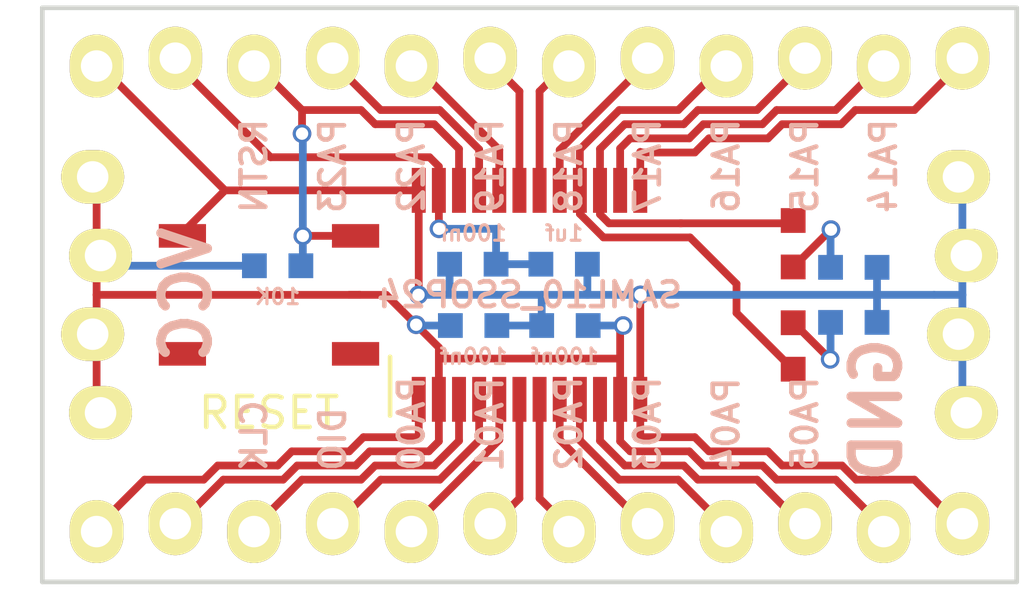
<source format=kicad_pcb>
(kicad_pcb (version 4) (host pcbnew 4.0.7-e2-6376~58~ubuntu16.04.1)

  (general
    (links 0)
    (no_connects 0)
    (area 125.8398 67.594199 177.592001 135.9736)
    (thickness 1.6)
    (drawings 24)
    (tracks 199)
    (zones 0)
    (modules 15)
    (nets 1)
  )

  (page A4)
  (layers
    (0 F.Cu signal)
    (31 B.Cu signal)
    (32 B.Adhes user)
    (33 F.Adhes user)
    (34 B.Paste user)
    (35 F.Paste user)
    (36 B.SilkS user)
    (37 F.SilkS user)
    (38 B.Mask user)
    (39 F.Mask user)
    (40 Dwgs.User user)
    (41 Cmts.User user)
    (42 Eco1.User user)
    (43 Eco2.User user)
    (44 Edge.Cuts user)
    (45 Margin user)
    (46 B.CrtYd user)
    (47 F.CrtYd user)
    (48 B.Fab user)
    (49 F.Fab user)
  )

  (setup
    (last_trace_width 0.25)
    (trace_clearance 0.2)
    (zone_clearance 0.508)
    (zone_45_only no)
    (trace_min 0.2)
    (segment_width 0.2)
    (edge_width 0.15)
    (via_size 0.6)
    (via_drill 0.4)
    (via_min_size 0.4)
    (via_min_drill 0.3)
    (uvia_size 0.3)
    (uvia_drill 0.1)
    (uvias_allowed no)
    (uvia_min_size 0.2)
    (uvia_min_drill 0.1)
    (pcb_text_width 0.3)
    (pcb_text_size 1.5 1.5)
    (mod_edge_width 0.15)
    (mod_text_size 1 1)
    (mod_text_width 0.15)
    (pad_size 1.524 1.524)
    (pad_drill 0.762)
    (pad_to_mask_clearance 0.2)
    (aux_axis_origin 0 0)
    (visible_elements FFFFFF7F)
    (pcbplotparams
      (layerselection 0x00030_80000001)
      (usegerberextensions false)
      (excludeedgelayer true)
      (linewidth 0.150000)
      (plotframeref false)
      (viasonmask false)
      (mode 1)
      (useauxorigin false)
      (hpglpennumber 1)
      (hpglpenspeed 20)
      (hpglpendiameter 15)
      (hpglpenoverlay 2)
      (psnegative false)
      (psa4output false)
      (plotreference true)
      (plotvalue true)
      (plotinvisibletext false)
      (padsonsilk false)
      (subtractmaskfromsilk false)
      (outputformat 1)
      (mirror false)
      (drillshape 1)
      (scaleselection 1)
      (outputdirectory ""))
  )

  (net 0 "")

  (net_class Default "This is the default net class."
    (clearance 0.2)
    (trace_width 0.25)
    (via_dia 0.6)
    (via_drill 0.4)
    (uvia_dia 0.3)
    (uvia_drill 0.1)
  )

  (module 00my_modules:R_0603 (layer B.Cu) (tedit 5415CC62) (tstamp 5B6FC093)
    (at 141.5796 132.5626)
    (descr R0603)
    (tags "resistor capacitor led 0603")
    (attr smd)
    (fp_text reference "" (at 0 0) (layer B.SilkS)
      (effects (font (size 0.5 0.5) (thickness 0.1)) (justify mirror))
    )
    (fp_text value R (at 0 0) (layer B.Fab)
      (effects (font (size 0.5 0.5) (thickness 0.01)) (justify mirror))
    )
    (fp_line (start -1.2 0.45) (end 1.2 0.45) (layer B.CrtYd) (width 0.01))
    (fp_line (start -1.2 -0.45) (end 1.2 -0.45) (layer B.CrtYd) (width 0.01))
    (fp_line (start -1.2 0.45) (end -1.2 -0.45) (layer B.CrtYd) (width 0.01))
    (fp_line (start 1.2 0.45) (end 1.2 -0.45) (layer B.CrtYd) (width 0.01))
    (pad 1 smd rect (at -0.75 0) (size 0.8 0.8) (layers B.Cu B.Paste B.Mask))
    (pad 2 smd rect (at 0.75 0) (size 0.8 0.8) (layers B.Cu B.Paste B.Mask))
  )

  (module 00my_modules:R_0603 (layer B.Cu) (tedit 5B6F9A5C) (tstamp 5B6FA890)
    (at 132.2578 132.6642)
    (descr R0603)
    (tags "resistor capacitor led 0603")
    (attr smd)
    (fp_text reference 100nf (at 0 1) (layer B.SilkS)
      (effects (font (size 0.5 0.5) (thickness 0.1)) (justify mirror))
    )
    (fp_text value C (at 0 0) (layer B.Fab)
      (effects (font (size 0.5 0.5) (thickness 0.01)) (justify mirror))
    )
    (fp_line (start -1.2 0.45) (end 1.2 0.45) (layer B.CrtYd) (width 0.01))
    (fp_line (start -1.2 -0.45) (end 1.2 -0.45) (layer B.CrtYd) (width 0.01))
    (fp_line (start -1.2 0.45) (end -1.2 -0.45) (layer B.CrtYd) (width 0.01))
    (fp_line (start 1.2 0.45) (end 1.2 -0.45) (layer B.CrtYd) (width 0.01))
    (pad 1 smd rect (at -0.75 0) (size 0.8 0.8) (layers B.Cu B.Paste B.Mask))
    (pad 2 smd rect (at 0.75 0) (size 0.8 0.8) (layers B.Cu B.Paste B.Mask))
  )

  (module 00my_modules:R_0603 (layer B.Cu) (tedit 5B6F9A5C) (tstamp 5B6FA872)
    (at 129.3114 132.6642)
    (descr R0603)
    (tags "resistor capacitor led 0603")
    (attr smd)
    (fp_text reference 100nf (at 0 1) (layer B.SilkS)
      (effects (font (size 0.5 0.5) (thickness 0.1)) (justify mirror))
    )
    (fp_text value C (at 0 0) (layer B.Fab)
      (effects (font (size 0.5 0.5) (thickness 0.01)) (justify mirror))
    )
    (fp_line (start -1.2 0.45) (end 1.2 0.45) (layer B.CrtYd) (width 0.01))
    (fp_line (start -1.2 -0.45) (end 1.2 -0.45) (layer B.CrtYd) (width 0.01))
    (fp_line (start -1.2 0.45) (end -1.2 -0.45) (layer B.CrtYd) (width 0.01))
    (fp_line (start 1.2 0.45) (end 1.2 -0.45) (layer B.CrtYd) (width 0.01))
    (pad 1 smd rect (at -0.75 0) (size 0.8 0.8) (layers B.Cu B.Paste B.Mask))
    (pad 2 smd rect (at 0.75 0) (size 0.8 0.8) (layers B.Cu B.Paste B.Mask))
  )

  (module 00my_modules:R_0603 (layer B.Cu) (tedit 5B6F9A76) (tstamp 5B6FA81B)
    (at 132.2324 130.683 180)
    (descr R0603)
    (tags "resistor capacitor led 0603")
    (attr smd)
    (fp_text reference 1uf (at 0 1 180) (layer B.SilkS)
      (effects (font (size 0.5 0.5) (thickness 0.1)) (justify mirror))
    )
    (fp_text value C (at 0 0 180) (layer B.Fab)
      (effects (font (size 0.5 0.5) (thickness 0.01)) (justify mirror))
    )
    (fp_line (start -1.2 0.45) (end 1.2 0.45) (layer B.CrtYd) (width 0.01))
    (fp_line (start -1.2 -0.45) (end 1.2 -0.45) (layer B.CrtYd) (width 0.01))
    (fp_line (start -1.2 0.45) (end -1.2 -0.45) (layer B.CrtYd) (width 0.01))
    (fp_line (start 1.2 0.45) (end 1.2 -0.45) (layer B.CrtYd) (width 0.01))
    (pad 1 smd rect (at -0.75 0 180) (size 0.8 0.8) (layers B.Cu B.Paste B.Mask))
    (pad 2 smd rect (at 0.75 0 180) (size 0.8 0.8) (layers B.Cu B.Paste B.Mask))
  )

  (module 00my_modules:SAML10_SSOP24 (layer F.Cu) (tedit 54130A77) (tstamp 5B6FA2AE)
    (at 131.1148 131.6736 90)
    (descr SSOP24)
    (tags SSOP)
    (attr smd)
    (fp_text reference "" (at 0 -4.3 90) (layer F.SilkS)
      (effects (font (size 1 1) (thickness 0.15)))
    )
    (fp_text value "" (at -1.5 -3 90) (layer F.Fab)
      (effects (font (size 0.5 0.5) (thickness 0.01)))
    )
    (fp_text user SSOP24 (at 0 0 180) (layer F.Fab)
      (effects (font (size 0.8 0.8) (thickness 0.1)))
    )
    (fp_line (start -3.9 -4.1) (end -3.9 4.1) (layer F.CrtYd) (width 0.05))
    (fp_line (start 3.9 -4.1) (end 3.9 4.1) (layer F.CrtYd) (width 0.05))
    (fp_line (start -3.9 -4.1) (end 3.9 -4.1) (layer F.CrtYd) (width 0.05))
    (fp_line (start -3.9 4.1) (end 3.9 4.1) (layer F.CrtYd) (width 0.05))
    (fp_line (start -3.9 -4.5) (end -2 -4.5) (layer F.SilkS) (width 0.15))
    (fp_line (start -2.65 -4.1) (end 2.65 -4.1) (layer F.Fab) (width 0.01))
    (fp_line (start -2.65 4.1) (end 2.65 4.1) (layer F.Fab) (width 0.01))
    (fp_line (start -2.65 -4.1) (end -2.65 4.1) (layer F.Fab) (width 0.01))
    (fp_line (start 2.65 -4.1) (end 2.65 4.1) (layer F.Fab) (width 0.01))
    (fp_line (start -5 0) (end 5 0) (layer F.CrtYd) (width 0.01))
    (fp_line (start 0 -5) (end 0 5) (layer F.CrtYd) (width 0.01))
    (pad VOUT smd rect (at -3.375 -3.575 90) (size 1.45 0.45) (layers F.Cu F.Paste F.Mask))
    (pad VIO smd rect (at -3.375 -2.925 90) (size 1.45 0.45) (layers F.Cu F.Paste F.Mask))
    (pad SWCL smd rect (at -3.375 -2.275 90) (size 1.45 0.45) (layers F.Cu F.Paste F.Mask))
    (pad SWDI smd rect (at -3.375 -1.625 90) (size 1.45 0.45) (layers F.Cu F.Paste F.Mask))
    (pad PA00 smd rect (at -3.375 -0.975 90) (size 1.45 0.45) (layers F.Cu F.Paste F.Mask))
    (pad PA01 smd rect (at -3.375 -0.325 90) (size 1.45 0.45) (layers F.Cu F.Paste F.Mask))
    (pad PA02 smd rect (at -3.375 0.325 90) (size 1.45 0.45) (layers F.Cu F.Paste F.Mask))
    (pad PA03 smd rect (at -3.375 0.975 90) (size 1.45 0.45) (layers F.Cu F.Paste F.Mask))
    (pad PA04 smd rect (at -3.375 1.625 90) (size 1.45 0.45) (layers F.Cu F.Paste F.Mask))
    (pad PA05 smd rect (at -3.375 2.275 90) (size 1.45 0.45) (layers F.Cu F.Paste F.Mask))
    (pad VANA smd rect (at -3.375 2.925 90) (size 1.45 0.45) (layers F.Cu F.Paste F.Mask))
    (pad GANA smd rect (at -3.375 3.575 90) (size 1.45 0.45) (layers F.Cu F.Paste F.Mask))
    (pad GND smd rect (at 3.375 -3.575 90) (size 1.45 0.45) (layers F.Cu F.Paste F.Mask))
    (pad VCOR smd rect (at 3.375 -2.925 90) (size 1.45 0.45) (layers F.Cu F.Paste F.Mask))
    (pad RSTN smd rect (at 3.375 -2.275 90) (size 1.45 0.45) (layers F.Cu F.Paste F.Mask))
    (pad PA23 smd rect (at 3.375 -1.625 90) (size 1.45 0.45) (layers F.Cu F.Paste F.Mask))
    (pad PA22 smd rect (at 3.375 -0.975 90) (size 1.45 0.45) (layers F.Cu F.Paste F.Mask))
    (pad PA19 smd rect (at 3.375 -0.325 90) (size 1.45 0.45) (layers F.Cu F.Paste F.Mask))
    (pad PA18 smd rect (at 3.375 0.325 90) (size 1.45 0.45) (layers F.Cu F.Paste F.Mask))
    (pad PA17 smd rect (at 3.375 0.975 90) (size 1.45 0.45) (layers F.Cu F.Paste F.Mask))
    (pad PA16 smd rect (at 3.375 1.625 90) (size 1.45 0.45) (layers F.Cu F.Paste F.Mask))
    (pad PA15 smd rect (at 3.375 2.275 90) (size 1.45 0.45) (layers F.Cu F.Paste F.Mask))
    (pad PA14 smd rect (at 3.375 2.925 90) (size 1.45 0.45) (layers F.Cu F.Paste F.Mask))
    (pad PA08 smd rect (at 3.375 3.575 90) (size 1.45 0.45) (layers F.Cu F.Paste F.Mask))
  )

  (module 00my_modules:R_0603 (layer B.Cu) (tedit 5B6F9A5C) (tstamp 5B6FA7CF)
    (at 129.286 130.683 180)
    (descr R0603)
    (tags "resistor capacitor led 0603")
    (attr smd)
    (fp_text reference 100nf (at 0 1 180) (layer B.SilkS)
      (effects (font (size 0.5 0.5) (thickness 0.1)) (justify mirror))
    )
    (fp_text value C (at 0 0 180) (layer B.Fab)
      (effects (font (size 0.5 0.5) (thickness 0.01)) (justify mirror))
    )
    (fp_line (start -1.2 0.45) (end 1.2 0.45) (layer B.CrtYd) (width 0.01))
    (fp_line (start -1.2 -0.45) (end 1.2 -0.45) (layer B.CrtYd) (width 0.01))
    (fp_line (start -1.2 0.45) (end -1.2 -0.45) (layer B.CrtYd) (width 0.01))
    (fp_line (start 1.2 0.45) (end 1.2 -0.45) (layer B.CrtYd) (width 0.01))
    (pad 1 smd rect (at -0.75 0 180) (size 0.8 0.8) (layers B.Cu B.Paste B.Mask))
    (pad 2 smd rect (at 0.75 0 180) (size 0.8 0.8) (layers B.Cu B.Paste B.Mask))
  )

  (module 00my_modules:BUTTON4_SMD (layer F.Cu) (tedit 5B6F9E71) (tstamp 5B6FB871)
    (at 122.7074 131.6736 180)
    (descr button4_smd)
    (tags "SPST button tactile switch")
    (fp_text reference RESET (at 0 -3.81 180) (layer F.SilkS)
      (effects (font (size 1 1) (thickness 0.15)))
    )
    (fp_text value "" (at 0 3.81 180) (layer F.Fab)
      (effects (font (size 1 1) (thickness 0.15)))
    )
    (fp_line (start -1.54 -2.54) (end -2.54 -1.54) (layer F.Fab) (width 0.2032))
    (fp_line (start -2.54 -1.24) (end -2.54 1.27) (layer F.Fab) (width 0.2032))
    (fp_line (start -2.54 1.54) (end -1.54 2.54) (layer F.Fab) (width 0.2032))
    (fp_line (start -1.54 2.54) (end 1.54 2.54) (layer F.Fab) (width 0.2032))
    (fp_line (start 1.54 2.54) (end 2.54 1.54) (layer F.Fab) (width 0.2032))
    (fp_line (start 2.54 1.24) (end 2.54 -1.24) (layer F.Fab) (width 0.2032))
    (fp_line (start 2.54 -1.54) (end 1.54 -2.54) (layer F.Fab) (width 0.2032))
    (fp_line (start 1.54 -2.54) (end -1.54 -2.54) (layer F.Fab) (width 0.2032))
    (fp_line (start 1.905 1.27) (end 1.905 0.445) (layer F.Fab) (width 0.127))
    (fp_line (start 1.905 0.445) (end 2.16 -0.01) (layer F.Fab) (width 0.127))
    (fp_line (start 1.905 -0.23) (end 1.905 -1.115) (layer F.Fab) (width 0.127))
    (fp_circle (center 0 0) (end 0 1.27) (layer F.Fab) (width 0.2032))
    (pad 1 smd rect (at -2.794 1.905 180) (size 1.524 0.762) (layers F.Cu F.Paste F.Mask))
    (pad 2 smd rect (at 2.794 1.905 180) (size 1.524 0.762) (layers F.Cu F.Paste F.Mask))
    (pad 3 smd rect (at -2.794 -1.905 180) (size 1.524 0.762) (layers F.Cu F.Paste F.Mask))
    (pad 4 smd rect (at 2.794 -1.905 180) (size 1.524 0.762) (layers F.Cu F.Paste F.Mask))
  )

  (module 00my_modules:R_0603 (layer B.Cu) (tedit 5B6FA77D) (tstamp 5B6FBC7D)
    (at 122.9868 130.7338)
    (descr R0603)
    (tags "resistor capacitor led 0603")
    (attr smd)
    (fp_text reference 10K (at 0 1) (layer B.SilkS)
      (effects (font (size 0.5 0.5) (thickness 0.1)) (justify mirror))
    )
    (fp_text value R (at 0 0) (layer B.Fab)
      (effects (font (size 0.5 0.5) (thickness 0.01)) (justify mirror))
    )
    (fp_line (start -1.2 0.45) (end 1.2 0.45) (layer B.CrtYd) (width 0.01))
    (fp_line (start -1.2 -0.45) (end 1.2 -0.45) (layer B.CrtYd) (width 0.01))
    (fp_line (start -1.2 0.45) (end -1.2 -0.45) (layer B.CrtYd) (width 0.01))
    (fp_line (start 1.2 0.45) (end 1.2 -0.45) (layer B.CrtYd) (width 0.01))
    (pad 1 smd rect (at -0.75 0) (size 0.8 0.8) (layers B.Cu B.Paste B.Mask))
    (pad 2 smd rect (at 0.75 0) (size 0.8 0.8) (layers B.Cu B.Paste B.Mask))
  )

  (module 00my_modules:R_0603 (layer B.Cu) (tedit 5415CC62) (tstamp 5B6FC088)
    (at 141.5796 130.7846)
    (descr R0603)
    (tags "resistor capacitor led 0603")
    (attr smd)
    (fp_text reference "" (at 0 0) (layer B.SilkS)
      (effects (font (size 0.5 0.5) (thickness 0.1)) (justify mirror))
    )
    (fp_text value R (at 0 0) (layer B.Fab)
      (effects (font (size 0.5 0.5) (thickness 0.01)) (justify mirror))
    )
    (fp_line (start -1.2 0.45) (end 1.2 0.45) (layer B.CrtYd) (width 0.01))
    (fp_line (start -1.2 -0.45) (end 1.2 -0.45) (layer B.CrtYd) (width 0.01))
    (fp_line (start -1.2 0.45) (end -1.2 -0.45) (layer B.CrtYd) (width 0.01))
    (fp_line (start 1.2 0.45) (end 1.2 -0.45) (layer B.CrtYd) (width 0.01))
    (pad 1 smd rect (at -0.75 0) (size 0.8 0.8) (layers B.Cu B.Paste B.Mask))
    (pad 2 smd rect (at 0.75 0) (size 0.8 0.8) (layers B.Cu B.Paste B.Mask))
  )

  (module 00my_modules:L_0603 (layer F.Cu) (tedit 5415CC62) (tstamp 5B6FC473)
    (at 139.6238 130.0226 90)
    (descr R0603)
    (tags "resistor capacitor led 0603")
    (attr smd)
    (fp_text reference "" (at 0 -0.6 90) (layer F.SilkS)
      (effects (font (size 0.1 0.1) (thickness 0.01)))
    )
    (fp_text value "" (at 0 0.6 90) (layer F.Fab)
      (effects (font (size 0.1 0.1) (thickness 0.01)))
    )
    (fp_line (start -1.2 -0.45) (end 1.2 -0.45) (layer F.CrtYd) (width 0.01))
    (fp_line (start -1.2 0.45) (end 1.2 0.45) (layer F.CrtYd) (width 0.01))
    (fp_line (start -1.2 -0.45) (end -1.2 0.45) (layer F.CrtYd) (width 0.01))
    (fp_line (start 1.2 -0.45) (end 1.2 0.45) (layer F.CrtYd) (width 0.01))
    (fp_line (start -0.1 0) (end 0.1 0.2) (layer F.CrtYd) (width 0.01))
    (fp_line (start -0.1 0) (end 0.1 -0.2) (layer F.CrtYd) (width 0.01))
    (fp_line (start -0.1 0.2) (end -0.1 -0.2) (layer F.CrtYd) (width 0.01))
    (fp_line (start 0.1 0.2) (end 0.1 -0.2) (layer F.CrtYd) (width 0.01))
    (pad 1 smd rect (at -0.75 0 90) (size 0.8 0.8) (layers F.Cu F.Paste F.Mask))
    (pad 2 smd rect (at 0.75 0 90) (size 0.8 0.8) (layers F.Cu F.Paste F.Mask))
  )

  (module 00my_modules:L_0603 (layer F.Cu) (tedit 5415CC62) (tstamp 5B6FC494)
    (at 139.6238 133.3246 270)
    (descr R0603)
    (tags "resistor capacitor led 0603")
    (attr smd)
    (fp_text reference "" (at 0 -0.6 270) (layer F.SilkS)
      (effects (font (size 0.1 0.1) (thickness 0.01)))
    )
    (fp_text value "" (at 0 0.6 270) (layer F.Fab)
      (effects (font (size 0.1 0.1) (thickness 0.01)))
    )
    (fp_line (start -1.2 -0.45) (end 1.2 -0.45) (layer F.CrtYd) (width 0.01))
    (fp_line (start -1.2 0.45) (end 1.2 0.45) (layer F.CrtYd) (width 0.01))
    (fp_line (start -1.2 -0.45) (end -1.2 0.45) (layer F.CrtYd) (width 0.01))
    (fp_line (start 1.2 -0.45) (end 1.2 0.45) (layer F.CrtYd) (width 0.01))
    (fp_line (start -0.1 0) (end 0.1 0.2) (layer F.CrtYd) (width 0.01))
    (fp_line (start -0.1 0) (end 0.1 -0.2) (layer F.CrtYd) (width 0.01))
    (fp_line (start -0.1 0.2) (end -0.1 -0.2) (layer F.CrtYd) (width 0.01))
    (fp_line (start 0.1 0.2) (end 0.1 -0.2) (layer F.CrtYd) (width 0.01))
    (pad 1 smd rect (at -0.75 0 270) (size 0.8 0.8) (layers F.Cu F.Paste F.Mask))
    (pad 2 smd rect (at 0.75 0 270) (size 0.8 0.8) (layers F.Cu F.Paste F.Mask))
  )

  (module 00my_modules:Pin_Header_Wiggle_1x12 (layer F.Cu) (tedit 0) (tstamp 5B6FC8C1)
    (at 117.1448 124.1552 90)
    (descr "Through hole pin header")
    (tags "pin header")
    (fp_text reference "" (at 0 -2.4 90) (layer F.SilkS)
      (effects (font (size 0.5 0.5) (thickness 0.01)))
    )
    (fp_text value "" (at 0 -3.1 90) (layer F.Fab)
      (effects (font (size 0.5 0.5) (thickness 0.01)))
    )
    (fp_line (start -1.75 -1.75) (end -1.75 29.69) (layer F.CrtYd) (width 0.05))
    (fp_line (start 1.75 -1.75) (end 1.75 29.69) (layer F.CrtYd) (width 0.05))
    (fp_line (start -1.75 -1.75) (end 1.75 -1.75) (layer F.CrtYd) (width 0.05))
    (fp_line (start -1.75 29.69) (end 1.75 29.69) (layer F.CrtYd) (width 0.05))
    (fp_line (start -2 0) (end 2 0) (layer F.CrtYd) (width 0.01))
    (fp_line (start 0 -2) (end 0 2) (layer F.CrtYd) (width 0.01))
    (fp_line (start -2 13.97) (end 2 13.97) (layer F.CrtYd) (width 0.01))
    (pad 1 thru_hole oval (at -0.127 0 90) (size 2.032 1.7272) (drill 1.016) (layers *.Cu *.Mask F.SilkS))
    (pad 2 thru_hole oval (at 0.127 2.54 90) (size 2.032 1.7272) (drill 1.016) (layers *.Cu *.Mask F.SilkS))
    (pad 3 thru_hole oval (at -0.127 5.08 90) (size 2.032 1.7272) (drill 1.016) (layers *.Cu *.Mask F.SilkS))
    (pad 4 thru_hole oval (at 0.127 7.62 90) (size 2.032 1.7272) (drill 1.016) (layers *.Cu *.Mask F.SilkS))
    (pad 5 thru_hole oval (at -0.127 10.16 90) (size 2.032 1.7272) (drill 1.016) (layers *.Cu *.Mask F.SilkS))
    (pad 6 thru_hole oval (at 0.127 12.7 90) (size 2.032 1.7272) (drill 1.016) (layers *.Cu *.Mask F.SilkS))
    (pad 7 thru_hole oval (at -0.127 15.24 90) (size 2.032 1.7272) (drill 1.016) (layers *.Cu *.Mask F.SilkS))
    (pad 8 thru_hole oval (at 0.127 17.78 90) (size 2.032 1.7272) (drill 1.016) (layers *.Cu *.Mask F.SilkS))
    (pad 9 thru_hole oval (at -0.127 20.32 90) (size 2.032 1.7272) (drill 1.016) (layers *.Cu *.Mask F.SilkS))
    (pad 10 thru_hole oval (at 0.127 22.86 90) (size 2.032 1.7272) (drill 1.016) (layers *.Cu *.Mask F.SilkS))
    (pad 11 thru_hole oval (at -0.127 25.4 90) (size 2.032 1.7272) (drill 1.016) (layers *.Cu *.Mask F.SilkS))
    (pad 12 thru_hole oval (at 0.127 27.94 90) (size 2.032 1.7272) (drill 1.016) (layers *.Cu *.Mask F.SilkS))
  )

  (module 00my_modules:Pin_Header_Wiggle_1x12 (layer F.Cu) (tedit 0) (tstamp 5B6FC8EF)
    (at 117.1448 139.192 90)
    (descr "Through hole pin header")
    (tags "pin header")
    (fp_text reference "" (at 0 -2.4 90) (layer F.SilkS)
      (effects (font (size 0.5 0.5) (thickness 0.01)))
    )
    (fp_text value "" (at 0 -3.1 90) (layer F.Fab)
      (effects (font (size 0.5 0.5) (thickness 0.01)))
    )
    (fp_line (start -1.75 -1.75) (end -1.75 29.69) (layer F.CrtYd) (width 0.05))
    (fp_line (start 1.75 -1.75) (end 1.75 29.69) (layer F.CrtYd) (width 0.05))
    (fp_line (start -1.75 -1.75) (end 1.75 -1.75) (layer F.CrtYd) (width 0.05))
    (fp_line (start -1.75 29.69) (end 1.75 29.69) (layer F.CrtYd) (width 0.05))
    (fp_line (start -2 0) (end 2 0) (layer F.CrtYd) (width 0.01))
    (fp_line (start 0 -2) (end 0 2) (layer F.CrtYd) (width 0.01))
    (fp_line (start -2 13.97) (end 2 13.97) (layer F.CrtYd) (width 0.01))
    (pad 1 thru_hole oval (at -0.127 0 90) (size 2.032 1.7272) (drill 1.016) (layers *.Cu *.Mask F.SilkS))
    (pad 2 thru_hole oval (at 0.127 2.54 90) (size 2.032 1.7272) (drill 1.016) (layers *.Cu *.Mask F.SilkS))
    (pad 3 thru_hole oval (at -0.127 5.08 90) (size 2.032 1.7272) (drill 1.016) (layers *.Cu *.Mask F.SilkS))
    (pad 4 thru_hole oval (at 0.127 7.62 90) (size 2.032 1.7272) (drill 1.016) (layers *.Cu *.Mask F.SilkS))
    (pad 5 thru_hole oval (at -0.127 10.16 90) (size 2.032 1.7272) (drill 1.016) (layers *.Cu *.Mask F.SilkS))
    (pad 6 thru_hole oval (at 0.127 12.7 90) (size 2.032 1.7272) (drill 1.016) (layers *.Cu *.Mask F.SilkS))
    (pad 7 thru_hole oval (at -0.127 15.24 90) (size 2.032 1.7272) (drill 1.016) (layers *.Cu *.Mask F.SilkS))
    (pad 8 thru_hole oval (at 0.127 17.78 90) (size 2.032 1.7272) (drill 1.016) (layers *.Cu *.Mask F.SilkS))
    (pad 9 thru_hole oval (at -0.127 20.32 90) (size 2.032 1.7272) (drill 1.016) (layers *.Cu *.Mask F.SilkS))
    (pad 10 thru_hole oval (at 0.127 22.86 90) (size 2.032 1.7272) (drill 1.016) (layers *.Cu *.Mask F.SilkS))
    (pad 11 thru_hole oval (at -0.127 25.4 90) (size 2.032 1.7272) (drill 1.016) (layers *.Cu *.Mask F.SilkS))
    (pad 12 thru_hole oval (at 0.127 27.94 90) (size 2.032 1.7272) (drill 1.016) (layers *.Cu *.Mask F.SilkS))
  )

  (module 00my_modules:Pin_Header_Wiggle_1x04 (layer F.Cu) (tedit 0) (tstamp 5B6FCCCB)
    (at 145.0848 127.8636)
    (descr "Through hole pin header")
    (tags "pin header")
    (fp_text reference "" (at 0 -2.4) (layer F.SilkS)
      (effects (font (size 0.5 0.5) (thickness 0.01)))
    )
    (fp_text value "" (at 0 -3.1) (layer F.Fab)
      (effects (font (size 0.5 0.5) (thickness 0.01)))
    )
    (fp_line (start -1.75 -1.75) (end -1.75 9.37) (layer F.CrtYd) (width 0.05))
    (fp_line (start 1.75 -1.75) (end 1.75 9.37) (layer F.CrtYd) (width 0.05))
    (fp_line (start -1.75 -1.75) (end 1.75 -1.75) (layer F.CrtYd) (width 0.05))
    (fp_line (start -1.75 9.37) (end 1.75 9.37) (layer F.CrtYd) (width 0.05))
    (fp_line (start -2 0) (end 2 0) (layer F.CrtYd) (width 0.01))
    (fp_line (start 0 -2) (end 0 2) (layer F.CrtYd) (width 0.01))
    (fp_line (start -2 3.81) (end 2 3.81) (layer F.CrtYd) (width 0.01))
    (pad 1 thru_hole oval (at -0.127 0) (size 2.032 1.7272) (drill 1.016) (layers *.Cu *.Mask F.SilkS))
    (pad 2 thru_hole oval (at 0.127 2.54) (size 2.032 1.7272) (drill 1.016) (layers *.Cu *.Mask F.SilkS))
    (pad 3 thru_hole oval (at -0.127 5.08) (size 2.032 1.7272) (drill 1.016) (layers *.Cu *.Mask F.SilkS))
    (pad 4 thru_hole oval (at 0.127 7.62) (size 2.032 1.7272) (drill 1.016) (layers *.Cu *.Mask F.SilkS))
  )

  (module 00my_modules:Pin_Header_Wiggle_1x04 (layer F.Cu) (tedit 0) (tstamp 5B6FCCE9)
    (at 117.1448 127.8636)
    (descr "Through hole pin header")
    (tags "pin header")
    (fp_text reference "" (at 0 -2.4) (layer F.SilkS)
      (effects (font (size 0.5 0.5) (thickness 0.01)))
    )
    (fp_text value "" (at 0 -3.1) (layer F.Fab)
      (effects (font (size 0.5 0.5) (thickness 0.01)))
    )
    (fp_line (start -1.75 -1.75) (end -1.75 9.37) (layer F.CrtYd) (width 0.05))
    (fp_line (start 1.75 -1.75) (end 1.75 9.37) (layer F.CrtYd) (width 0.05))
    (fp_line (start -1.75 -1.75) (end 1.75 -1.75) (layer F.CrtYd) (width 0.05))
    (fp_line (start -1.75 9.37) (end 1.75 9.37) (layer F.CrtYd) (width 0.05))
    (fp_line (start -2 0) (end 2 0) (layer F.CrtYd) (width 0.01))
    (fp_line (start 0 -2) (end 0 2) (layer F.CrtYd) (width 0.01))
    (fp_line (start -2 3.81) (end 2 3.81) (layer F.CrtYd) (width 0.01))
    (pad 1 thru_hole oval (at -0.127 0) (size 2.032 1.7272) (drill 1.016) (layers *.Cu *.Mask F.SilkS))
    (pad 2 thru_hole oval (at 0.127 2.54) (size 2.032 1.7272) (drill 1.016) (layers *.Cu *.Mask F.SilkS))
    (pad 3 thru_hole oval (at -0.127 5.08) (size 2.032 1.7272) (drill 1.016) (layers *.Cu *.Mask F.SilkS))
    (pad 4 thru_hole oval (at 0.127 7.62) (size 2.032 1.7272) (drill 1.016) (layers *.Cu *.Mask F.SilkS))
  )

  (gr_line (start 146.8374 122.4026) (end 115.3922 122.4026) (angle 90) (layer Edge.Cuts) (width 0.15))
  (gr_line (start 146.8374 140.9446) (end 146.8374 122.4026) (angle 90) (layer Edge.Cuts) (width 0.15))
  (gr_line (start 115.3922 140.9446) (end 146.8374 140.9446) (angle 90) (layer Edge.Cuts) (width 0.15))
  (gr_line (start 115.3922 122.4026) (end 115.3922 140.9446) (angle 90) (layer Edge.Cuts) (width 0.15))
  (gr_text SAML10_SSOP24 (at 131.1148 131.6736) (layer B.SilkS)
    (effects (font (size 0.8 0.8) (thickness 0.15)) (justify mirror))
  )
  (gr_text GND (at 142.3162 135.382 90) (layer B.SilkS)
    (effects (font (size 1.5 1.5) (thickness 0.3)) (justify mirror))
  )
  (gr_text VCC (at 120.0404 131.6736 90) (layer B.SilkS)
    (effects (font (size 1.5 1.5) (thickness 0.3)) (justify mirror))
  )
  (gr_text CLK (at 122.2248 137.4394 90) (layer B.SilkS)
    (effects (font (size 0.8 0.8) (thickness 0.15)) (justify right mirror))
  )
  (gr_text DIO (at 124.7648 137.4394 90) (layer B.SilkS)
    (effects (font (size 0.8 0.8) (thickness 0.15)) (justify right mirror))
  )
  (gr_text PA00 (at 127.3048 137.4394 90) (layer B.SilkS)
    (effects (font (size 0.8 0.8) (thickness 0.15)) (justify right mirror))
  )
  (gr_text PA01 (at 129.8448 137.4648 90) (layer B.SilkS)
    (effects (font (size 0.8 0.8) (thickness 0.15)) (justify right mirror))
  )
  (gr_text PA02 (at 132.3848 137.4394 90) (layer B.SilkS)
    (effects (font (size 0.8 0.8) (thickness 0.15)) (justify right mirror))
  )
  (gr_text PA03 (at 134.9248 137.4394 90) (layer B.SilkS)
    (effects (font (size 0.8 0.8) (thickness 0.15)) (justify right mirror))
  )
  (gr_text PA04 (at 137.4648 137.4648 90) (layer B.SilkS)
    (effects (font (size 0.8 0.8) (thickness 0.15)) (justify right mirror))
  )
  (gr_text PA05 (at 140.0048 137.4394 90) (layer B.SilkS)
    (effects (font (size 0.8 0.8) (thickness 0.15)) (justify right mirror))
  )
  (gr_text PA14 (at 142.5448 125.9078 90) (layer B.SilkS)
    (effects (font (size 0.8 0.8) (thickness 0.15)) (justify left mirror))
  )
  (gr_text PA15 (at 140.0048 125.9078 90) (layer B.SilkS)
    (effects (font (size 0.8 0.8) (thickness 0.15)) (justify left mirror))
  )
  (gr_text PA16 (at 137.4648 125.9078 90) (layer B.SilkS)
    (effects (font (size 0.8 0.8) (thickness 0.15)) (justify left mirror))
  )
  (gr_text PA17 (at 134.9248 125.9078 90) (layer B.SilkS)
    (effects (font (size 0.8 0.8) (thickness 0.15)) (justify left mirror))
  )
  (gr_text PA18 (at 132.3848 125.9078 90) (layer B.SilkS)
    (effects (font (size 0.8 0.8) (thickness 0.15)) (justify left mirror))
  )
  (gr_text PA19 (at 129.8448 125.9078 90) (layer B.SilkS)
    (effects (font (size 0.8 0.8) (thickness 0.15)) (justify left mirror))
  )
  (gr_text PA22 (at 127.3048 125.9078 90) (layer B.SilkS)
    (effects (font (size 0.8 0.8) (thickness 0.15)) (justify left mirror))
  )
  (gr_text PA23 (at 124.7648 125.9078 90) (layer B.SilkS)
    (effects (font (size 0.8 0.8) (thickness 0.15)) (justify left mirror))
  )
  (gr_text RSTN (at 122.2248 125.9078 90) (layer B.SilkS)
    (effects (font (size 0.8 0.8) (thickness 0.15)) (justify left mirror))
  )

  (segment (start 128.536 130.683) (end 128.536 131.6736) (width 0.25) (layer B.Cu) (net 0))
  (segment (start 132.9824 130.683) (end 132.9824 131.6736) (width 0.25) (layer B.Cu) (net 0))
  (segment (start 139.6238 134.0746) (end 139.6118 134.0746) (width 0.25) (layer F.Cu) (net 0))
  (segment (start 139.6118 134.0746) (end 137.795 132.2578) (width 0.25) (layer F.Cu) (net 0) (tstamp 5B6FC4AE))
  (segment (start 137.795 132.2578) (end 137.795 131.318) (width 0.25) (layer F.Cu) (net 0) (tstamp 5B6FC4AF))
  (segment (start 137.795 131.318) (end 136.2964 129.8194) (width 0.25) (layer F.Cu) (net 0) (tstamp 5B6FC4B1))
  (segment (start 135.9916 129.3622) (end 139.5342 129.3622) (width 0.25) (layer F.Cu) (net 0))
  (segment (start 139.5342 129.3622) (end 139.6238 129.2726) (width 0.25) (layer F.Cu) (net 0) (tstamp 5B6FC4A9))
  (segment (start 139.6238 132.5746) (end 139.6358 132.5746) (width 0.25) (layer F.Cu) (net 0))
  (segment (start 139.6358 132.5746) (end 140.8176 133.7564) (width 0.25) (layer F.Cu) (net 0) (tstamp 5B6FC4A2))
  (via (at 140.8176 133.7564) (size 0.6) (drill 0.4) (layers F.Cu B.Cu) (net 0))
  (segment (start 140.8176 133.7564) (end 140.8296 133.7444) (width 0.25) (layer B.Cu) (net 0) (tstamp 5B6FC4A4))
  (segment (start 140.8296 133.7444) (end 140.8296 132.5626) (width 0.25) (layer B.Cu) (net 0) (tstamp 5B6FC4A5))
  (segment (start 139.6238 130.7726) (end 139.6358 130.7726) (width 0.25) (layer F.Cu) (net 0))
  (segment (start 139.6358 130.7726) (end 140.843 129.5654) (width 0.25) (layer F.Cu) (net 0) (tstamp 5B6FC482))
  (via (at 140.843 129.5654) (size 0.6) (drill 0.4) (layers F.Cu B.Cu) (net 0))
  (segment (start 140.843 129.5654) (end 140.8296 129.5788) (width 0.25) (layer B.Cu) (net 0) (tstamp 5B6FC484))
  (segment (start 140.8296 129.5788) (end 140.8296 130.7846) (width 0.25) (layer B.Cu) (net 0) (tstamp 5B6FC485))
  (segment (start 142.3296 130.7846) (end 142.3296 132.5626) (width 0.25) (layer B.Cu) (net 0))
  (segment (start 145.0848 131.6736) (end 144.1704 131.6736) (width 0.25) (layer B.Cu) (net 0))
  (segment (start 144.1704 131.6736) (end 135.89 131.6736) (width 0.25) (layer B.Cu) (net 0))
  (segment (start 145.0848 127.8636) (end 145.0848 131.6736) (width 0.25) (layer B.Cu) (net 0))
  (segment (start 145.0848 131.6736) (end 145.0848 135.4836) (width 0.25) (layer B.Cu) (net 0) (tstamp 5B6FC065))
  (segment (start 122.2368 130.7338) (end 117.475 130.7338) (width 0.25) (layer B.Cu) (net 0))
  (segment (start 117.475 130.7338) (end 117.1448 130.4036) (width 0.25) (layer B.Cu) (net 0) (tstamp 5B6FBC89))
  (segment (start 123.7996 129.7686) (end 123.7996 130.671) (width 0.25) (layer B.Cu) (net 0))
  (segment (start 123.7996 130.671) (end 123.7368 130.7338) (width 0.25) (layer B.Cu) (net 0) (tstamp 5B6FBC87))
  (segment (start 119.9134 129.7686) (end 119.9134 129.6734) (width 0.25) (layer F.Cu) (net 0))
  (segment (start 119.9134 129.6734) (end 121.2882 128.2986) (width 0.25) (layer F.Cu) (net 0) (tstamp 5B6FB8C7))
  (segment (start 123.7742 125.7046) (end 123.7742 126.4666) (width 0.25) (layer F.Cu) (net 0))
  (segment (start 123.7996 129.7686) (end 125.5014 129.7686) (width 0.25) (layer F.Cu) (net 0) (tstamp 5B6FB8C4))
  (via (at 123.7996 129.7686) (size 0.6) (drill 0.4) (layers F.Cu B.Cu) (net 0))
  (segment (start 123.7996 126.492) (end 123.7996 129.7686) (width 0.25) (layer B.Cu) (net 0) (tstamp 5B6FB8C2))
  (segment (start 123.7742 126.4666) (end 123.7996 126.492) (width 0.25) (layer B.Cu) (net 0) (tstamp 5B6FB8C1))
  (via (at 123.7742 126.4666) (size 0.6) (drill 0.4) (layers F.Cu B.Cu) (net 0))
  (segment (start 128.1898 128.2986) (end 128.1898 127.5294) (width 0.25) (layer F.Cu) (net 0))
  (segment (start 122.7582 127.2286) (end 119.6848 124.1552) (width 0.25) (layer F.Cu) (net 0) (tstamp 5B6FB8BC))
  (segment (start 127.889 127.2286) (end 122.7582 127.2286) (width 0.25) (layer F.Cu) (net 0) (tstamp 5B6FB8BB))
  (segment (start 128.1898 127.5294) (end 127.889 127.2286) (width 0.25) (layer F.Cu) (net 0) (tstamp 5B6FB8BA))
  (segment (start 127.5398 128.2986) (end 121.2882 128.2986) (width 0.25) (layer F.Cu) (net 0))
  (segment (start 121.2882 128.2986) (end 117.1448 124.1552) (width 0.25) (layer F.Cu) (net 0) (tstamp 5B6FB8B7))
  (segment (start 125.6284 131.6736) (end 117.1448 131.6736) (width 0.25) (layer F.Cu) (net 0))
  (segment (start 117.1448 127.8636) (end 117.1448 131.6736) (width 0.25) (layer F.Cu) (net 0))
  (segment (start 117.1448 131.6736) (end 117.1448 135.4836) (width 0.25) (layer F.Cu) (net 0) (tstamp 5B6FB8B5))
  (segment (start 127.4572 132.6388) (end 126.492 131.6736) (width 0.25) (layer F.Cu) (net 0))
  (segment (start 126.492 131.6736) (end 125.6284 131.6736) (width 0.25) (layer F.Cu) (net 0) (tstamp 5B6FA8D4))
  (segment (start 125.6284 131.6736) (end 125.2982 131.6736) (width 0.25) (layer F.Cu) (net 0) (tstamp 5B6FB8B1))
  (segment (start 128.1898 133.731) (end 134.0398 133.731) (width 0.25) (layer F.Cu) (net 0))
  (segment (start 132.7398 128.2986) (end 132.7398 129.0568) (width 0.25) (layer F.Cu) (net 0))
  (segment (start 133.5024 129.8194) (end 136.2964 129.8194) (width 0.25) (layer F.Cu) (net 0) (tstamp 5B6FA8C8))
  (segment (start 132.7398 129.0568) (end 133.5024 129.8194) (width 0.25) (layer F.Cu) (net 0) (tstamp 5B6FA8C7))
  (segment (start 133.3898 128.2986) (end 133.3898 129.0718) (width 0.25) (layer F.Cu) (net 0))
  (segment (start 133.6802 129.3622) (end 135.9916 129.3622) (width 0.25) (layer F.Cu) (net 0) (tstamp 5B6FA8C5))
  (segment (start 135.9916 129.3622) (end 136.017 129.3622) (width 0.25) (layer F.Cu) (net 0) (tstamp 5B6FC4A7))
  (segment (start 133.3898 129.0718) (end 133.6802 129.3622) (width 0.25) (layer F.Cu) (net 0) (tstamp 5B6FA8C4))
  (segment (start 134.6898 135.0486) (end 134.6898 131.68) (width 0.25) (layer F.Cu) (net 0))
  (segment (start 134.6962 131.6736) (end 134.7216 131.6736) (width 0.25) (layer B.Cu) (net 0) (tstamp 5B6FA8BF))
  (via (at 134.6962 131.6736) (size 0.6) (drill 0.4) (layers F.Cu B.Cu) (net 0))
  (segment (start 134.6898 131.68) (end 134.6962 131.6736) (width 0.25) (layer F.Cu) (net 0) (tstamp 5B6FA8BD))
  (segment (start 128.1898 128.2986) (end 128.1898 129.536) (width 0.25) (layer F.Cu) (net 0))
  (segment (start 130.036 129.552) (end 130.036 130.683) (width 0.25) (layer B.Cu) (net 0) (tstamp 5B6FA8BB))
  (segment (start 130.048 129.54) (end 130.036 129.552) (width 0.25) (layer B.Cu) (net 0) (tstamp 5B6FA8BA))
  (segment (start 128.1938 129.54) (end 130.048 129.54) (width 0.25) (layer B.Cu) (net 0) (tstamp 5B6FA8B9))
  (via (at 128.1938 129.54) (size 0.6) (drill 0.4) (layers F.Cu B.Cu) (net 0))
  (segment (start 128.1898 129.536) (end 128.1938 129.54) (width 0.25) (layer F.Cu) (net 0) (tstamp 5B6FA8B7))
  (segment (start 130.0614 132.6642) (end 131.5078 132.6642) (width 0.25) (layer B.Cu) (net 0))
  (segment (start 130.036 130.683) (end 131.4824 130.683) (width 0.25) (layer B.Cu) (net 0))
  (segment (start 134.0398 135.0486) (end 134.0398 133.731) (width 0.25) (layer F.Cu) (net 0))
  (segment (start 134.0398 133.731) (end 134.0398 132.7618) (width 0.25) (layer F.Cu) (net 0) (tstamp 5B6FA8D2))
  (segment (start 134.0398 132.7618) (end 134.1374 132.6642) (width 0.25) (layer F.Cu) (net 0) (tstamp 5B6FA8A6))
  (via (at 134.1374 132.6642) (size 0.6) (drill 0.4) (layers F.Cu B.Cu) (net 0))
  (segment (start 134.1374 132.6642) (end 133.0078 132.6642) (width 0.25) (layer B.Cu) (net 0) (tstamp 5B6FA8A8))
  (segment (start 131.5078 132.6642) (end 131.5078 131.6736) (width 0.25) (layer B.Cu) (net 0))
  (segment (start 128.1898 135.0486) (end 128.1898 133.731) (width 0.25) (layer F.Cu) (net 0))
  (segment (start 128.1898 133.731) (end 128.1898 133.3714) (width 0.25) (layer F.Cu) (net 0) (tstamp 5B6FA8CE))
  (segment (start 127.4826 132.6642) (end 128.5614 132.6642) (width 0.25) (layer B.Cu) (net 0) (tstamp 5B6FA89C))
  (segment (start 127.4572 132.6388) (end 127.4826 132.6642) (width 0.25) (layer B.Cu) (net 0) (tstamp 5B6FA89B))
  (via (at 127.4572 132.6388) (size 0.6) (drill 0.4) (layers F.Cu B.Cu) (net 0))
  (segment (start 128.1898 133.3714) (end 127.4572 132.6388) (width 0.25) (layer F.Cu) (net 0) (tstamp 5B6FA899))
  (segment (start 127.5398 128.2986) (end 127.5398 131.6672) (width 0.25) (layer F.Cu) (net 0))
  (segment (start 127.5334 131.6736) (end 128.536 131.6736) (width 0.25) (layer B.Cu) (net 0) (tstamp 5B6FA407))
  (segment (start 128.536 131.6736) (end 130.0614 131.6736) (width 0.25) (layer B.Cu) (net 0) (tstamp 5B6FC4B9))
  (segment (start 130.0614 131.6736) (end 131.5078 131.6736) (width 0.25) (layer B.Cu) (net 0) (tstamp 5B6FA8A0))
  (segment (start 131.5078 131.6736) (end 132.9824 131.6736) (width 0.25) (layer B.Cu) (net 0) (tstamp 5B6FA8A4))
  (segment (start 132.9824 131.6736) (end 134.7216 131.6736) (width 0.25) (layer B.Cu) (net 0) (tstamp 5B6FC4B5))
  (segment (start 134.7216 131.6736) (end 135.89 131.6736) (width 0.25) (layer B.Cu) (net 0) (tstamp 5B6FA8C2))
  (segment (start 135.89 131.6736) (end 135.9154 131.6736) (width 0.25) (layer B.Cu) (net 0) (tstamp 5B6FA8D7))
  (via (at 127.5334 131.6736) (size 0.6) (drill 0.4) (layers F.Cu B.Cu) (net 0))
  (segment (start 127.5398 131.6672) (end 127.5334 131.6736) (width 0.25) (layer F.Cu) (net 0) (tstamp 5B6FA405))
  (segment (start 127.5398 135.0486) (end 127.5398 136.2646) (width 0.25) (layer F.Cu) (net 0))
  (segment (start 118.6942 137.6426) (end 117.1448 139.192) (width 0.25) (layer F.Cu) (net 0) (tstamp 5B6FA3FF))
  (segment (start 120.5992 137.6426) (end 118.6942 137.6426) (width 0.25) (layer F.Cu) (net 0) (tstamp 5B6FA3FE))
  (segment (start 121.0564 137.1854) (end 120.5992 137.6426) (width 0.25) (layer F.Cu) (net 0) (tstamp 5B6FA3FD))
  (segment (start 122.9868 137.1854) (end 121.0564 137.1854) (width 0.25) (layer F.Cu) (net 0) (tstamp 5B6FA3FC))
  (segment (start 123.444 136.7282) (end 122.9868 137.1854) (width 0.25) (layer F.Cu) (net 0) (tstamp 5B6FA3FB))
  (segment (start 125.2982 136.7282) (end 123.444 136.7282) (width 0.25) (layer F.Cu) (net 0) (tstamp 5B6FA3FA))
  (segment (start 125.7554 136.271) (end 125.2982 136.7282) (width 0.25) (layer F.Cu) (net 0) (tstamp 5B6FA3F9))
  (segment (start 127.5334 136.271) (end 125.7554 136.271) (width 0.25) (layer F.Cu) (net 0) (tstamp 5B6FA3F8))
  (segment (start 127.5398 136.2646) (end 127.5334 136.271) (width 0.25) (layer F.Cu) (net 0) (tstamp 5B6FA3F7))
  (segment (start 128.1898 135.0486) (end 128.1898 136.402) (width 0.25) (layer F.Cu) (net 0))
  (segment (start 121.2342 137.6426) (end 119.6848 139.192) (width 0.25) (layer F.Cu) (net 0) (tstamp 5B6FA3F4))
  (segment (start 123.1646 137.6426) (end 121.2342 137.6426) (width 0.25) (layer F.Cu) (net 0) (tstamp 5B6FA3F3))
  (segment (start 123.6218 137.1854) (end 123.1646 137.6426) (width 0.25) (layer F.Cu) (net 0) (tstamp 5B6FA3F2))
  (segment (start 125.5014 137.1854) (end 123.6218 137.1854) (width 0.25) (layer F.Cu) (net 0) (tstamp 5B6FA3F1))
  (segment (start 125.9586 136.7282) (end 125.5014 137.1854) (width 0.25) (layer F.Cu) (net 0) (tstamp 5B6FA3F0))
  (segment (start 127.8636 136.7282) (end 125.9586 136.7282) (width 0.25) (layer F.Cu) (net 0) (tstamp 5B6FA3EF))
  (segment (start 128.1898 136.402) (end 127.8636 136.7282) (width 0.25) (layer F.Cu) (net 0) (tstamp 5B6FA3EE))
  (segment (start 128.8398 135.0486) (end 128.8398 136.387) (width 0.25) (layer F.Cu) (net 0))
  (segment (start 123.7742 137.6426) (end 122.2248 139.192) (width 0.25) (layer F.Cu) (net 0) (tstamp 5B6FA3EB))
  (segment (start 125.6792 137.6426) (end 123.7742 137.6426) (width 0.25) (layer F.Cu) (net 0) (tstamp 5B6FA3EA))
  (segment (start 126.1364 137.1854) (end 125.6792 137.6426) (width 0.25) (layer F.Cu) (net 0) (tstamp 5B6FA3E9))
  (segment (start 128.0414 137.1854) (end 126.1364 137.1854) (width 0.25) (layer F.Cu) (net 0) (tstamp 5B6FA3E8))
  (segment (start 128.8398 136.387) (end 128.0414 137.1854) (width 0.25) (layer F.Cu) (net 0) (tstamp 5B6FA3E7))
  (segment (start 129.4898 135.0486) (end 129.4898 136.372) (width 0.25) (layer F.Cu) (net 0))
  (segment (start 126.3142 137.6426) (end 124.7648 139.192) (width 0.25) (layer F.Cu) (net 0) (tstamp 5B6FA3E4))
  (segment (start 128.2192 137.6426) (end 126.3142 137.6426) (width 0.25) (layer F.Cu) (net 0) (tstamp 5B6FA3E2))
  (segment (start 129.4898 136.372) (end 128.2192 137.6426) (width 0.25) (layer F.Cu) (net 0) (tstamp 5B6FA3E1))
  (segment (start 134.6898 135.0486) (end 134.6898 136.29) (width 0.25) (layer F.Cu) (net 0))
  (segment (start 143.5354 137.6426) (end 145.0848 139.192) (width 0.25) (layer F.Cu) (net 0) (tstamp 5B6FA3DE))
  (segment (start 141.6558 137.6426) (end 143.5354 137.6426) (width 0.25) (layer F.Cu) (net 0) (tstamp 5B6FA3DD))
  (segment (start 141.1986 137.1854) (end 141.6558 137.6426) (width 0.25) (layer F.Cu) (net 0) (tstamp 5B6FA3DC))
  (segment (start 139.2682 137.1854) (end 141.1986 137.1854) (width 0.25) (layer F.Cu) (net 0) (tstamp 5B6FA3DB))
  (segment (start 138.811 136.7282) (end 139.2682 137.1854) (width 0.25) (layer F.Cu) (net 0) (tstamp 5B6FA3DA))
  (segment (start 136.906 136.7282) (end 138.811 136.7282) (width 0.25) (layer F.Cu) (net 0) (tstamp 5B6FA3D9))
  (segment (start 136.4488 136.271) (end 136.906 136.7282) (width 0.25) (layer F.Cu) (net 0) (tstamp 5B6FA3D8))
  (segment (start 134.7088 136.271) (end 136.4488 136.271) (width 0.25) (layer F.Cu) (net 0) (tstamp 5B6FA3D7))
  (segment (start 134.6898 136.29) (end 134.7088 136.271) (width 0.25) (layer F.Cu) (net 0) (tstamp 5B6FA3D6))
  (segment (start 134.0398 135.0486) (end 134.0398 136.402) (width 0.25) (layer F.Cu) (net 0))
  (segment (start 140.9954 137.6426) (end 142.5448 139.192) (width 0.25) (layer F.Cu) (net 0) (tstamp 5B6FA3D3))
  (segment (start 139.0904 137.6426) (end 140.9954 137.6426) (width 0.25) (layer F.Cu) (net 0) (tstamp 5B6FA3D2))
  (segment (start 138.6332 137.1854) (end 139.0904 137.6426) (width 0.25) (layer F.Cu) (net 0) (tstamp 5B6FA3D1))
  (segment (start 136.7282 137.1854) (end 138.6332 137.1854) (width 0.25) (layer F.Cu) (net 0) (tstamp 5B6FA3D0))
  (segment (start 136.271 136.7282) (end 136.7282 137.1854) (width 0.25) (layer F.Cu) (net 0) (tstamp 5B6FA3CF))
  (segment (start 134.366 136.7282) (end 136.271 136.7282) (width 0.25) (layer F.Cu) (net 0) (tstamp 5B6FA3CE))
  (segment (start 134.0398 136.402) (end 134.366 136.7282) (width 0.25) (layer F.Cu) (net 0) (tstamp 5B6FA3CD))
  (segment (start 133.3898 135.0486) (end 133.3898 136.387) (width 0.25) (layer F.Cu) (net 0))
  (segment (start 138.4554 137.6426) (end 140.0048 139.192) (width 0.25) (layer F.Cu) (net 0) (tstamp 5B6FA3CA))
  (segment (start 136.5504 137.6426) (end 138.4554 137.6426) (width 0.25) (layer F.Cu) (net 0) (tstamp 5B6FA3C9))
  (segment (start 136.0932 137.1854) (end 136.5504 137.6426) (width 0.25) (layer F.Cu) (net 0) (tstamp 5B6FA3C8))
  (segment (start 134.1882 137.1854) (end 136.0932 137.1854) (width 0.25) (layer F.Cu) (net 0) (tstamp 5B6FA3C7))
  (segment (start 133.3898 136.387) (end 134.1882 137.1854) (width 0.25) (layer F.Cu) (net 0) (tstamp 5B6FA3C6))
  (segment (start 132.7398 135.0486) (end 132.7398 136.372) (width 0.25) (layer F.Cu) (net 0))
  (segment (start 135.9154 137.6426) (end 137.4648 139.192) (width 0.25) (layer F.Cu) (net 0) (tstamp 5B6FA3C3))
  (segment (start 134.0104 137.6426) (end 135.9154 137.6426) (width 0.25) (layer F.Cu) (net 0) (tstamp 5B6FA3C1))
  (segment (start 132.7398 136.372) (end 134.0104 137.6426) (width 0.25) (layer F.Cu) (net 0) (tstamp 5B6FA3C0))
  (segment (start 130.1398 135.0486) (end 130.1398 136.357) (width 0.25) (layer F.Cu) (net 0))
  (segment (start 130.1398 136.357) (end 127.3048 139.192) (width 0.25) (layer F.Cu) (net 0) (tstamp 5B6FA3BD))
  (segment (start 132.0898 135.0486) (end 132.0898 136.357) (width 0.25) (layer F.Cu) (net 0))
  (segment (start 132.0898 136.357) (end 134.9248 139.192) (width 0.25) (layer F.Cu) (net 0) (tstamp 5B6FA3BA))
  (segment (start 130.7898 135.0486) (end 130.7898 138.247) (width 0.25) (layer F.Cu) (net 0))
  (segment (start 130.7898 138.247) (end 129.8448 139.192) (width 0.25) (layer F.Cu) (net 0) (tstamp 5B6FA3B8))
  (segment (start 131.4398 135.0486) (end 131.4398 138.247) (width 0.25) (layer F.Cu) (net 0))
  (segment (start 131.4398 138.247) (end 132.3848 139.192) (width 0.25) (layer F.Cu) (net 0) (tstamp 5B6FA3B6))
  (segment (start 128.8398 128.2986) (end 128.8398 126.9602) (width 0.25) (layer F.Cu) (net 0))
  (segment (start 123.7742 125.7046) (end 122.2248 124.1552) (width 0.25) (layer F.Cu) (net 0) (tstamp 5B6FA39F))
  (segment (start 125.6792 125.7046) (end 123.7742 125.7046) (width 0.25) (layer F.Cu) (net 0) (tstamp 5B6FA39E))
  (segment (start 126.1364 126.1618) (end 125.6792 125.7046) (width 0.25) (layer F.Cu) (net 0) (tstamp 5B6FA39D))
  (segment (start 128.0414 126.1618) (end 126.1364 126.1618) (width 0.25) (layer F.Cu) (net 0) (tstamp 5B6FA39C))
  (segment (start 128.8398 126.9602) (end 128.0414 126.1618) (width 0.25) (layer F.Cu) (net 0) (tstamp 5B6FA39B))
  (segment (start 129.4898 128.2986) (end 129.4898 126.9752) (width 0.25) (layer F.Cu) (net 0))
  (segment (start 126.3142 125.7046) (end 124.7648 124.1552) (width 0.25) (layer F.Cu) (net 0) (tstamp 5B6FA398))
  (segment (start 128.2192 125.7046) (end 126.3142 125.7046) (width 0.25) (layer F.Cu) (net 0) (tstamp 5B6FA396))
  (segment (start 129.4898 126.9752) (end 128.2192 125.7046) (width 0.25) (layer F.Cu) (net 0) (tstamp 5B6FA395))
  (segment (start 130.1398 128.2986) (end 130.1398 126.9902) (width 0.25) (layer F.Cu) (net 0))
  (segment (start 130.1398 126.9902) (end 127.3048 124.1552) (width 0.25) (layer F.Cu) (net 0) (tstamp 5B6FA392))
  (segment (start 130.7898 128.2986) (end 130.7898 125.1002) (width 0.25) (layer F.Cu) (net 0))
  (segment (start 130.7898 125.1002) (end 129.8448 124.1552) (width 0.25) (layer F.Cu) (net 0) (tstamp 5B6FA390))
  (segment (start 134.6898 128.2986) (end 134.6898 127.0572) (width 0.25) (layer F.Cu) (net 0))
  (segment (start 143.5354 125.7046) (end 145.0848 124.1552) (width 0.25) (layer F.Cu) (net 0) (tstamp 5B6FA38D))
  (segment (start 141.6304 125.7046) (end 143.5354 125.7046) (width 0.25) (layer F.Cu) (net 0) (tstamp 5B6FA38C))
  (segment (start 141.1732 126.1618) (end 141.6304 125.7046) (width 0.25) (layer F.Cu) (net 0) (tstamp 5B6FA38B))
  (segment (start 139.2682 126.1618) (end 141.1732 126.1618) (width 0.25) (layer F.Cu) (net 0) (tstamp 5B6FA38A))
  (segment (start 138.811 126.619) (end 139.2682 126.1618) (width 0.25) (layer F.Cu) (net 0) (tstamp 5B6FA389))
  (segment (start 136.906 126.619) (end 138.811 126.619) (width 0.25) (layer F.Cu) (net 0) (tstamp 5B6FA388))
  (segment (start 136.4488 127.0762) (end 136.906 126.619) (width 0.25) (layer F.Cu) (net 0) (tstamp 5B6FA387))
  (segment (start 134.7088 127.0762) (end 136.4488 127.0762) (width 0.25) (layer F.Cu) (net 0) (tstamp 5B6FA386))
  (segment (start 134.6898 127.0572) (end 134.7088 127.0762) (width 0.25) (layer F.Cu) (net 0) (tstamp 5B6FA385))
  (segment (start 134.0398 128.2986) (end 134.0398 126.9452) (width 0.25) (layer F.Cu) (net 0))
  (segment (start 140.9954 125.7046) (end 142.5448 124.1552) (width 0.25) (layer F.Cu) (net 0) (tstamp 5B6FA382))
  (segment (start 139.0904 125.7046) (end 140.9954 125.7046) (width 0.25) (layer F.Cu) (net 0) (tstamp 5B6FA381))
  (segment (start 138.6332 126.1618) (end 139.0904 125.7046) (width 0.25) (layer F.Cu) (net 0) (tstamp 5B6FA380))
  (segment (start 136.7282 126.1618) (end 138.6332 126.1618) (width 0.25) (layer F.Cu) (net 0) (tstamp 5B6FA37F))
  (segment (start 136.271 126.619) (end 136.7282 126.1618) (width 0.25) (layer F.Cu) (net 0) (tstamp 5B6FA37E))
  (segment (start 134.366 126.619) (end 136.271 126.619) (width 0.25) (layer F.Cu) (net 0) (tstamp 5B6FA37D))
  (segment (start 134.0398 126.9452) (end 134.366 126.619) (width 0.25) (layer F.Cu) (net 0) (tstamp 5B6FA37C))
  (segment (start 133.3898 128.2986) (end 133.3898 126.9602) (width 0.25) (layer F.Cu) (net 0))
  (segment (start 138.4554 125.7046) (end 140.0048 124.1552) (width 0.25) (layer F.Cu) (net 0) (tstamp 5B6FA379))
  (segment (start 136.5504 125.7046) (end 138.4554 125.7046) (width 0.25) (layer F.Cu) (net 0) (tstamp 5B6FA378))
  (segment (start 136.0932 126.1618) (end 136.5504 125.7046) (width 0.25) (layer F.Cu) (net 0) (tstamp 5B6FA377))
  (segment (start 134.1882 126.1618) (end 136.0932 126.1618) (width 0.25) (layer F.Cu) (net 0) (tstamp 5B6FA376))
  (segment (start 133.3898 126.9602) (end 134.1882 126.1618) (width 0.25) (layer F.Cu) (net 0) (tstamp 5B6FA375))
  (segment (start 132.7398 128.2986) (end 132.7398 126.9752) (width 0.25) (layer F.Cu) (net 0))
  (segment (start 135.9154 125.7046) (end 137.4648 124.1552) (width 0.25) (layer F.Cu) (net 0) (tstamp 5B6FA36D))
  (segment (start 134.0104 125.7046) (end 135.9154 125.7046) (width 0.25) (layer F.Cu) (net 0) (tstamp 5B6FA36B))
  (segment (start 132.7398 126.9752) (end 134.0104 125.7046) (width 0.25) (layer F.Cu) (net 0) (tstamp 5B6FA369))
  (segment (start 132.0898 128.2986) (end 132.0898 126.9902) (width 0.25) (layer F.Cu) (net 0))
  (segment (start 132.0898 126.9902) (end 134.9248 124.1552) (width 0.25) (layer F.Cu) (net 0) (tstamp 5B6FA366))
  (segment (start 131.4398 128.2986) (end 131.4398 125.1002) (width 0.25) (layer F.Cu) (net 0))
  (segment (start 131.4398 125.1002) (end 132.3848 124.1552) (width 0.25) (layer F.Cu) (net 0) (tstamp 5B6FA364))

)

</source>
